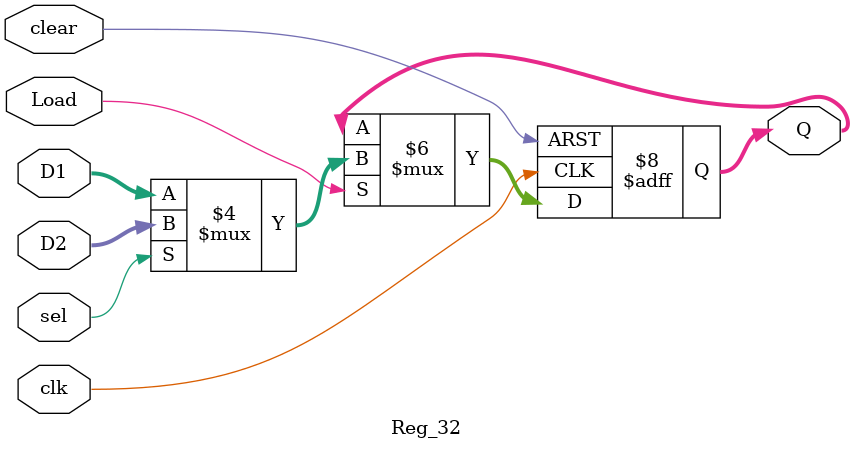
<source format=v>
`timescale 1ns / 1ps
module Reg_32(input clk,
				  input clear,
				  input [31:0] D1,
				  input [31:0] D2,
				  input sel,
				  input Load,
				  output reg[31:0]Q
    );

always	@(posedge clk or posedge clear)
	if (clear) Q <= 0;
	else if (Load) begin
		if (sel) Q <= D2;
		else Q <= D1;
	end
	else Q <= Q;
endmodule

</source>
